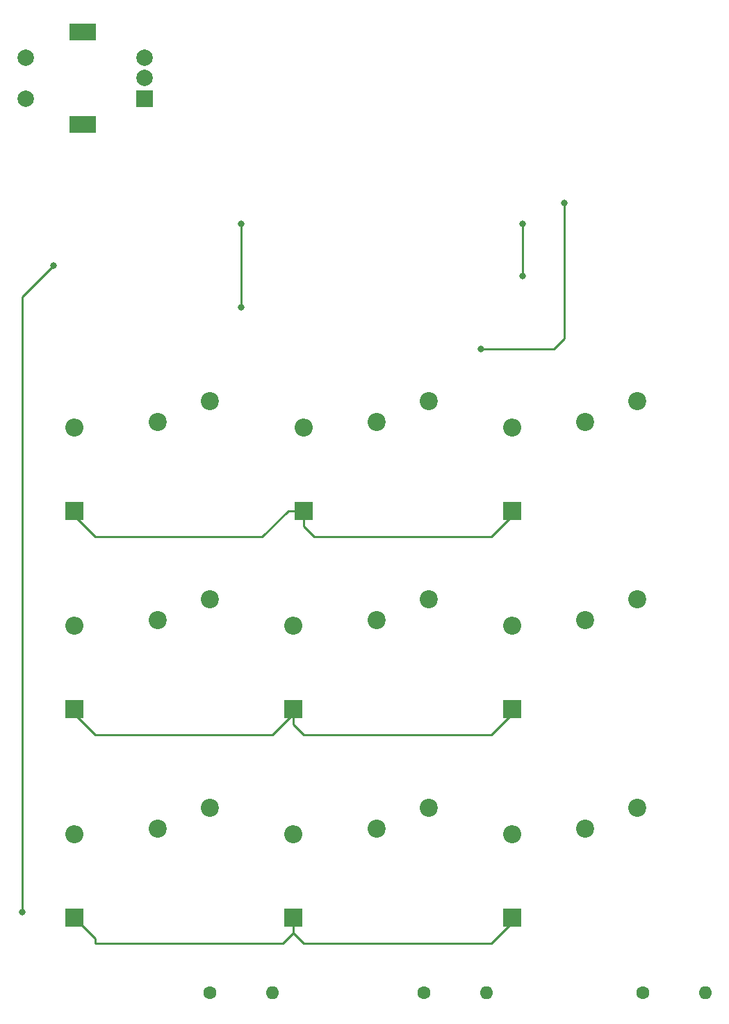
<source format=gbl>
%TF.GenerationSoftware,KiCad,Pcbnew,(6.0.2)*%
%TF.CreationDate,2022-03-12T10:34:22-05:00*%
%TF.ProjectId,macropad,6d616372-6f70-4616-942e-6b696361645f,v0*%
%TF.SameCoordinates,Original*%
%TF.FileFunction,Copper,L2,Bot*%
%TF.FilePolarity,Positive*%
%FSLAX46Y46*%
G04 Gerber Fmt 4.6, Leading zero omitted, Abs format (unit mm)*
G04 Created by KiCad (PCBNEW (6.0.2)) date 2022-03-12 10:34:22*
%MOMM*%
%LPD*%
G01*
G04 APERTURE LIST*
%TA.AperFunction,ComponentPad*%
%ADD10R,2.200000X2.200000*%
%TD*%
%TA.AperFunction,ComponentPad*%
%ADD11O,2.200000X2.200000*%
%TD*%
%TA.AperFunction,ComponentPad*%
%ADD12C,2.200000*%
%TD*%
%TA.AperFunction,ComponentPad*%
%ADD13C,1.600000*%
%TD*%
%TA.AperFunction,ComponentPad*%
%ADD14O,1.600000X1.600000*%
%TD*%
%TA.AperFunction,ComponentPad*%
%ADD15R,2.000000X2.000000*%
%TD*%
%TA.AperFunction,ComponentPad*%
%ADD16C,2.000000*%
%TD*%
%TA.AperFunction,ComponentPad*%
%ADD17R,3.200000X2.000000*%
%TD*%
%TA.AperFunction,ViaPad*%
%ADD18C,0.800000*%
%TD*%
%TA.AperFunction,Conductor*%
%ADD19C,0.254000*%
%TD*%
G04 APERTURE END LIST*
D10*
%TO.P,D6,1,K*%
%TO.N,/Pin 17*%
X80645000Y-144750000D03*
D11*
%TO.P,D6,2,A*%
%TO.N,Net-(D6-Pad2)*%
X80645000Y-134590000D03*
%TD*%
D12*
%TO.P,SW4,1,1*%
%TO.N,Net-(R1-Pad1)*%
X70485000Y-131445000D03*
%TO.P,SW4,2,2*%
%TO.N,Net-(D3-Pad2)*%
X64135000Y-133985000D03*
%TD*%
%TO.P,SW7,1,1*%
%TO.N,Net-(R2-Pad1)*%
X97155000Y-131445000D03*
%TO.P,SW7,2,2*%
%TO.N,Net-(D6-Pad2)*%
X90805000Y-133985000D03*
%TD*%
D10*
%TO.P,D8,1,K*%
%TO.N,/Pin 16*%
X107315000Y-119350000D03*
D11*
%TO.P,D8,2,A*%
%TO.N,Net-(D8-Pad2)*%
X107315000Y-109190000D03*
%TD*%
D13*
%TO.P,R1,1*%
%TO.N,Net-(R1-Pad1)*%
X70485000Y-153969453D03*
D14*
%TO.P,R1,2*%
%TO.N,GND*%
X78105000Y-153969453D03*
%TD*%
D10*
%TO.P,D1,1,K*%
%TO.N,/Pin 15*%
X53975000Y-95220000D03*
D11*
%TO.P,D1,2,A*%
%TO.N,Net-(D1-Pad2)*%
X53975000Y-85060000D03*
%TD*%
D12*
%TO.P,SW8,1,1*%
%TO.N,Net-(R3-Pad1)*%
X122555000Y-81915000D03*
%TO.P,SW8,2,2*%
%TO.N,Net-(D7-Pad2)*%
X116205000Y-84455000D03*
%TD*%
D10*
%TO.P,D4,1,K*%
%TO.N,/Pin 15*%
X81915000Y-95220000D03*
D11*
%TO.P,D4,2,A*%
%TO.N,Net-(D4-Pad2)*%
X81915000Y-85060000D03*
%TD*%
D15*
%TO.P,SW1,A,A*%
%TO.N,Net-(SW1-PadA)*%
X62495000Y-45045000D03*
D16*
%TO.P,SW1,B,B*%
%TO.N,Net-(SW1-PadB)*%
X62495000Y-40045000D03*
%TO.P,SW1,C,C*%
%TO.N,Net-(SW1-PadC)*%
X62495000Y-42545000D03*
D17*
%TO.P,SW1,MP*%
%TO.N,N/C*%
X54995000Y-36945000D03*
X54995000Y-48145000D03*
D16*
%TO.P,SW1,S1,S1*%
%TO.N,unconnected-(SW1-PadS1)*%
X47995000Y-40045000D03*
%TO.P,SW1,S2,S2*%
%TO.N,unconnected-(SW1-PadS2)*%
X47995000Y-45045000D03*
%TD*%
D10*
%TO.P,D5,1,K*%
%TO.N,/Pin 16*%
X80645000Y-119350000D03*
D11*
%TO.P,D5,2,A*%
%TO.N,Net-(D5-Pad2)*%
X80645000Y-109190000D03*
%TD*%
D10*
%TO.P,D7,1,K*%
%TO.N,/Pin 15*%
X107315000Y-95220000D03*
D11*
%TO.P,D7,2,A*%
%TO.N,Net-(D7-Pad2)*%
X107315000Y-85060000D03*
%TD*%
D13*
%TO.P,R2,1*%
%TO.N,Net-(R2-Pad1)*%
X96520000Y-153969453D03*
D14*
%TO.P,R2,2*%
%TO.N,GND*%
X104140000Y-153969453D03*
%TD*%
D10*
%TO.P,D9,1,K*%
%TO.N,/Pin 17*%
X107315000Y-144750000D03*
D11*
%TO.P,D9,2,A*%
%TO.N,Net-(D9-Pad2)*%
X107315000Y-134590000D03*
%TD*%
D10*
%TO.P,D2,1,K*%
%TO.N,/Pin 16*%
X53975000Y-119350000D03*
D11*
%TO.P,D2,2,A*%
%TO.N,Net-(D2-Pad2)*%
X53975000Y-109190000D03*
%TD*%
D12*
%TO.P,SW2,1,1*%
%TO.N,Net-(R1-Pad1)*%
X70485000Y-81915000D03*
%TO.P,SW2,2,2*%
%TO.N,Net-(D1-Pad2)*%
X64135000Y-84455000D03*
%TD*%
%TO.P,SW9,1,1*%
%TO.N,Net-(R3-Pad1)*%
X122555000Y-106045000D03*
%TO.P,SW9,2,2*%
%TO.N,Net-(D8-Pad2)*%
X116205000Y-108585000D03*
%TD*%
%TO.P,SW3,1,1*%
%TO.N,Net-(R1-Pad1)*%
X70485000Y-106045000D03*
%TO.P,SW3,2,2*%
%TO.N,Net-(D2-Pad2)*%
X64135000Y-108585000D03*
%TD*%
%TO.P,SW10,1,1*%
%TO.N,Net-(R3-Pad1)*%
X122555000Y-131445000D03*
%TO.P,SW10,2,2*%
%TO.N,Net-(D9-Pad2)*%
X116205000Y-133985000D03*
%TD*%
%TO.P,SW6,1,1*%
%TO.N,Net-(R2-Pad1)*%
X97155000Y-106045000D03*
%TO.P,SW6,2,2*%
%TO.N,Net-(D5-Pad2)*%
X90805000Y-108585000D03*
%TD*%
D13*
%TO.P,R3,1*%
%TO.N,Net-(R3-Pad1)*%
X123190000Y-153969453D03*
D14*
%TO.P,R3,2*%
%TO.N,GND*%
X130810000Y-153969453D03*
%TD*%
D12*
%TO.P,SW5,1,1*%
%TO.N,Net-(R2-Pad1)*%
X97155000Y-81915000D03*
%TO.P,SW5,2,2*%
%TO.N,Net-(D4-Pad2)*%
X90805000Y-84455000D03*
%TD*%
D10*
%TO.P,D3,1,K*%
%TO.N,/Pin 17*%
X53975000Y-144750000D03*
D11*
%TO.P,D3,2,A*%
%TO.N,Net-(D3-Pad2)*%
X53975000Y-134590000D03*
%TD*%
D18*
%TO.N,Net-(R2-Pad1)*%
X108585000Y-66675000D03*
X108585000Y-60325000D03*
%TO.N,Net-(R1-Pad1)*%
X103505000Y-75565000D03*
X113665000Y-57785000D03*
%TO.N,/Pin 15*%
X74295000Y-70485000D03*
X74295000Y-60325000D03*
%TO.N,/Pin 17*%
X47625000Y-144145000D03*
X51435000Y-65405000D03*
%TD*%
D19*
%TO.N,Net-(R2-Pad1)*%
X108585000Y-66675000D02*
X108585000Y-60325000D01*
%TO.N,Net-(R1-Pad1)*%
X112395000Y-75565000D02*
X113665000Y-74295000D01*
X103505000Y-75565000D02*
X112395000Y-75565000D01*
X113665000Y-74295000D02*
X113665000Y-57785000D01*
%TO.N,/Pin 15*%
X80040000Y-95220000D02*
X81915000Y-95220000D01*
X56515000Y-98425000D02*
X76835000Y-98425000D01*
X53975000Y-95885000D02*
X56515000Y-98425000D01*
X104775000Y-98425000D02*
X107315000Y-95885000D01*
X53975000Y-95220000D02*
X53975000Y-95885000D01*
X76835000Y-98425000D02*
X80040000Y-95220000D01*
X81915000Y-97155000D02*
X83185000Y-98425000D01*
X107315000Y-95885000D02*
X107315000Y-95220000D01*
X74295000Y-70485000D02*
X74295000Y-60325000D01*
X81915000Y-95220000D02*
X81915000Y-97155000D01*
X83185000Y-98425000D02*
X104775000Y-98425000D01*
%TO.N,/Pin 16*%
X78105000Y-122555000D02*
X80645000Y-120015000D01*
X56515000Y-122555000D02*
X78105000Y-122555000D01*
X80645000Y-121285000D02*
X81915000Y-122555000D01*
X107315000Y-120015000D02*
X107315000Y-119350000D01*
X80645000Y-119350000D02*
X80645000Y-121285000D01*
X53975000Y-119350000D02*
X53975000Y-120015000D01*
X80645000Y-120015000D02*
X80645000Y-119350000D01*
X104775000Y-122555000D02*
X107315000Y-120015000D01*
X81915000Y-122555000D02*
X104775000Y-122555000D01*
X53975000Y-120015000D02*
X56515000Y-122555000D01*
%TO.N,/Pin 17*%
X47625000Y-144145000D02*
X47625000Y-69215000D01*
X53975000Y-144750000D02*
X56515000Y-147290000D01*
X79375000Y-147955000D02*
X80645000Y-146685000D01*
X81915000Y-147955000D02*
X104775000Y-147955000D01*
X47625000Y-69215000D02*
X51435000Y-65405000D01*
X80645000Y-146685000D02*
X80645000Y-144750000D01*
X56515000Y-147955000D02*
X79375000Y-147955000D01*
X56515000Y-147290000D02*
X56515000Y-147955000D01*
X107315000Y-145415000D02*
X107315000Y-144750000D01*
X80645000Y-146685000D02*
X81915000Y-147955000D01*
X104775000Y-147955000D02*
X107315000Y-145415000D01*
%TO.N,Net-(SW1-PadB)*%
X62825000Y-40045000D02*
X62865000Y-40005000D01*
X62495000Y-40045000D02*
X62825000Y-40045000D01*
%TD*%
M02*

</source>
